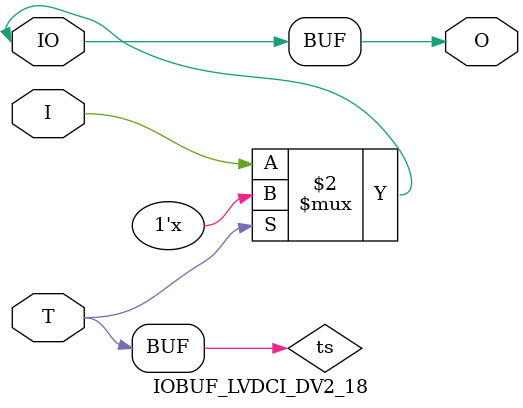
<source format=v>

/*

FUNCTION	: INPUT TRI-STATE OUTPUT BUFFER

*/

`celldefine
`timescale  100 ps / 10 ps

module IOBUF_LVDCI_DV2_18 (O, IO, I, T);

    output O;

    inout  IO;

    input  I, T;

    or O1 (ts, 1'b0, T);
    bufif0 T1 (IO, I, ts);

    buf B1 (O, IO);

endmodule

</source>
